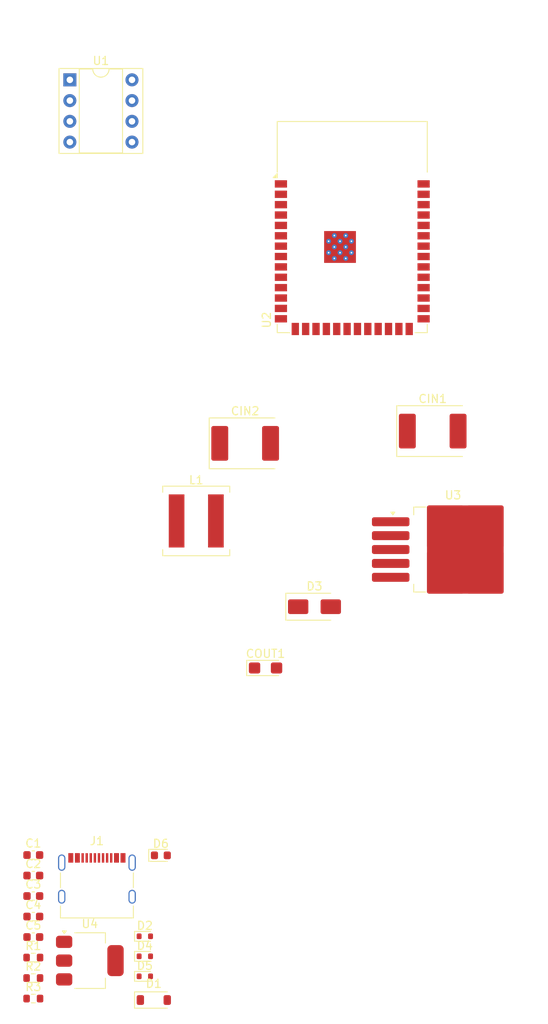
<source format=kicad_pcb>
(kicad_pcb (version 20240108) (generator "pcbnew") (generator_version "8.0")
  (layers (0 "F.Cu" signal) (31 "B.Cu" signal) (34 "B.Paste" user) (35 "F.Paste" user) (36 "B.SilkS" user "B.Silkscreen") (37 "F.SilkS" user "F.Silkscreen") (38 "B.Mask" user) (39 "F.Mask" user) (44 "Edge.Cuts" user))
  (net 0 "")
  (net 10 "Net-(U2-GND-Pad1)")
  (net 48 "<NO NET>")
  (net 49 "VCC_5V")
  (net 50 "VCC_3V3")
  (net 51 "VCC_12V")
  (net 52 "Net-(D1-A)")
  (net 53 "Net-(D3-K)")
  (net 54 "D-")
  (net 55 "D+")
  (net 56 "Net-(D6-A)")
  (net 57 "Net-(J1-CC1)")
  (net 58 "Net-(J1-CC2)")
  (footprint "Diode_SMD:D_SOD-523" (layer "F.Cu") (at 34.695 128.35)
    (property "Reference" "D2" (at 0 -1.3 0) (layer "F.SilkS"))
    (property "Value" "LESD5D5.0CT1G")
    (fp_line (start -1.26 -0.6) (end -1.26 0.6) (stroke (width 0.12)) (layer "F.SilkS"))
    (fp_line (start 0.7 -0.6) (end -1.26 -0.6) (stroke (width 0.12)) (layer "F.SilkS"))
    (fp_line (start 0.7 0.6) (end -1.26 0.6) (stroke (width 0.12)) (layer "F.SilkS"))
    (pad "1" smd roundrect (at -0.7 0 180) (size 0.6 0.7) (layers "F.Cu" "F.Paste" "F.Mask") (net 48 "<NO NET>"))
    (pad "2" smd roundrect (at 0.7 0 180) (size 0.6 0.7) (layers "F.Cu" "F.Paste" "F.Mask") (net 52 "Net-(D1-A)"))
  )
  (footprint "Capacitor_Tantalum_SMD:CP_EIA-3216-18_Kemet-A" (layer "F.Cu") (at 49.5 95.5)
    (property "Reference" "COUT1" (at 0 -1.75 0) (layer "F.SilkS"))
    (property "Value" "220uF")
    (fp_line (start -2.31 -0.935) (end -2.31 0.935) (stroke (width 0.12)) (layer "F.SilkS"))
    (fp_line (start -2.31 0.935) (end 1.6 0.935) (stroke (width 0.12)) (layer "F.SilkS"))
    (fp_line (start 1.6 -0.935) (end -2.31 -0.935) (stroke (width 0.12)) (layer "F.SilkS"))
    (pad "1" smd roundrect (at -1.35 0) (size 1.4 1.35) (layers "F.Cu" "F.Paste" "F.Mask") (roundrect_rratio 0.185185) (net 49 "VCC_5V"))
    (pad "2" smd roundrect (at 1.35 0) (size 1.4 1.35) (layers "F.Cu" "F.Paste" "F.Mask") (roundrect_rratio 0.185185) (net 48 "<NO NET>"))
  )
  (footprint "Resistor_SMD:R_0603_1608Metric" (layer "F.Cu") (at 21.02 133.46)
    (property "Reference" "R2" (at 0 -1.43 0) (layer "F.SilkS"))
    (property "Value" "5.1K")
    (fp_line (start -0.237258 -0.5225) (end 0.237258 -0.5225) (stroke (width 0.12)) (layer "F.SilkS"))
    (fp_line (start -0.237258 0.5225) (end 0.237258 0.5225) (stroke (width 0.12)) (layer "F.SilkS"))
    (pad "1" smd roundrect (at -0.825 0) (size 0.8 0.95) (layers "F.Cu" "F.Paste" "F.Mask") (net 58 "Net-(J1-CC2)"))
    (pad "2" smd roundrect (at 0.825 0) (size 0.8 0.95) (layers "F.Cu" "F.Paste" "F.Mask") (net 48 "<NO NET>"))
  )
  (footprint "Resistor_SMD:R_0603_1608Metric" (layer "F.Cu") (at 21.02 135.97)
    (property "Reference" "R3" (at 0 -1.43 0) (layer "F.SilkS"))
    (property "Value" "56")
    (fp_line (start -0.237258 -0.5225) (end 0.237258 -0.5225) (stroke (width 0.12)) (layer "F.SilkS"))
    (fp_line (start -0.237258 0.5225) (end 0.237258 0.5225) (stroke (width 0.12)) (layer "F.SilkS"))
    (pad "1" smd roundrect (at -0.825 0) (size 0.8 0.95) (layers "F.Cu" "F.Paste" "F.Mask") (net 50 "VCC_3V3"))
    (pad "2" smd roundrect (at 0.825 0) (size 0.8 0.95) (layers "F.Cu" "F.Paste" "F.Mask") (net 56 "Net-(D6-A)"))
  )
  (footprint "RF_Module:ESP32-S3-WROOM-1" (layer "F.Cu") (at 60.135 41.5)
    (property "Reference" "U2" (at -10.5 11.4 90) (layer "F.SilkS"))
    (property "Value" "ESP32-S3-WROOM-1")
    (fp_line (start -9.2 -12.9) (end -9.2 -6.7) (stroke (width 0.12)) (layer "F.SilkS"))
    (fp_line (start -9.2 -12.9) (end 9.2 -12.9) (stroke (width 0.12)) (layer "F.SilkS"))
    (fp_line (start -9.2 11.95) (end -9.2 12.95) (stroke (width 0.12)) (layer "F.SilkS"))
    (fp_line (start -9.2 12.95) (end -7.7 12.95) (stroke (width 0.12)) (layer "F.SilkS"))
    (fp_line (start 9.2 -12.9) (end 9.2 -6.7) (stroke (width 0.12)) (layer "F.SilkS"))
    (fp_line (start 9.2 12.95) (end 7.7 12.95) (stroke (width 0.12)) (layer "F.SilkS"))
    (fp_line (start 9.2 12.95) (end 9.2 11.95) (stroke (width 0.12)) (layer "F.SilkS"))
    (fp_poly (pts (xy -9.2 -6.025) (xy -9.7 -6.025) (xy -9.2 -6.525) (xy -9.2 -6.025)) (stroke (width 0.12)) (fill solid) (layer "F.SilkS"))
    (pad "1" smd rect (at -8.75 -5.26) (size 1.5 0.9) (layers "F.Cu" "F.Paste" "F.Mask") (net 10 "Net-(U2-GND-Pad1)"))
    (pad "2" smd rect (at -8.75 -3.99) (size 1.5 0.9) (layers "F.Cu" "F.Paste" "F.Mask"))
    (pad "3" smd rect (at -8.75 -2.72) (size 1.5 0.9) (layers "F.Cu" "F.Paste" "F.Mask"))
    (pad "4" smd rect (at -8.75 -1.45) (size 1.5 0.9) (layers "F.Cu" "F.Paste" "F.Mask"))
    (pad "5" smd rect (at -8.75 -0.18) (size 1.5 0.9) (layers "F.Cu" "F.Paste" "F.Mask"))
    (pad "6" smd rect (at -8.75 1.09) (size 1.5 0.9) (layers "F.Cu" "F.Paste" "F.Mask"))
    (pad "7" smd rect (at -8.75 2.36) (size 1.5 0.9) (layers "F.Cu" "F.Paste" "F.Mask"))
    (pad "8" smd rect (at -8.75 3.63) (size 1.5 0.9) (layers "F.Cu" "F.Paste" "F.Mask"))
    (pad "9" smd rect (at -8.75 4.9) (size 1.5 0.9) (layers "F.Cu" "F.Paste" "F.Mask"))
    (pad "10" smd rect (at -8.75 6.17) (size 1.5 0.9) (layers "F.Cu" "F.Paste" "F.Mask"))
    (pad "11" smd rect (at -8.75 7.44) (size 1.5 0.9) (layers "F.Cu" "F.Paste" "F.Mask"))
    (pad "12" smd rect (at -8.75 8.71) (size 1.5 0.9) (layers "F.Cu" "F.Paste" "F.Mask"))
    (pad "13" smd rect (at -8.75 9.98) (size 1.5 0.9) (layers "F.Cu" "F.Paste" "F.Mask"))
    (pad "14" smd rect (at -8.75 11.25 180) (size 1.5 0.9) (layers "F.Cu" "F.Paste" "F.Mask"))
    (pad "15" smd rect (at -6.985 12.5 270) (size 1.5 0.9) (layers "F.Cu" "F.Paste" "F.Mask"))
    (pad "16" smd rect (at -5.715 12.5 270) (size 1.5 0.9) (layers "F.Cu" "F.Paste" "F.Mask"))
    (pad "17" smd rect (at -4.445 12.5 270) (size 1.5 0.9) (layers "F.Cu" "F.Paste" "F.Mask"))
    (pad "18" smd rect (at -3.175 12.5 270) (size 1.5 0.9) (layers "F.Cu" "F.Paste" "F.Mask"))
    (pad "19" smd rect (at -1.905 12.5 270) (size 1.5 0.9) (layers "F.Cu" "F.Paste" "F.Mask"))
    (pad "20" smd rect (at -0.635 12.5 270) (size 1.5 0.9) (layers "F.Cu" "F.Paste" "F.Mask"))
    (pad "21" smd rect (at 0.635 12.5 270) (size 1.5 0.9) (layers "F.Cu" "F.Paste" "F.Mask"))
    (pad "22" smd rect (at 1.905 12.5 270) (size 1.5 0.9) (layers "F.Cu" "F.Paste" "F.Mask"))
    (pad "23" smd rect (at 3.175 12.5 270) (size 1.5 0.9) (layers "F.Cu" "F.Paste" "F.Mask"))
    (pad "24" smd rect (at 4.445 12.5 270) (size 1.5 0.9) (layers "F.Cu" "F.Paste" "F.Mask"))
    (pad "25" smd rect (at 5.715 12.5 270) (size 1.5 0.9) (layers "F.Cu" "F.Paste" "F.Mask"))
    (pad "26" smd rect (at 6.985 12.5 270) (size 1.5 0.9) (layers "F.Cu" "F.Paste" "F.Mask"))
    (pad "27" smd rect (at 8.75 11.25) (size 1.5 0.9) (layers "F.Cu" "F.Paste" "F.Mask"))
    (pad "28" smd rect (at 8.75 9.98) (size 1.5 0.9) (layers "F.Cu" "F.Paste" "F.Mask"))
    (pad "29" smd rect (at 8.75 8.71) (size 1.5 0.9) (layers "F.Cu" "F.Paste" "F.Mask"))
    (pad "30" smd rect (at 8.75 7.44) (size 1.5 0.9) (layers "F.Cu" "F.Paste" "F.Mask"))
    (pad "31" smd rect (at 8.75 6.17) (size 1.5 0.9) (layers "F.Cu" "F.Paste" "F.Mask"))
    (pad "32" smd rect (at 8.75 4.9) (size 1.5 0.9) (layers "F.Cu" "F.Paste" "F.Mask"))
    (pad "33" smd rect (at 8.75 3.63) (size 1.5 0.9) (layers "F.Cu" "F.Paste" "F.Mask"))
    (pad "34" smd rect (at 8.75 2.36) (size 1.5 0.9) (layers "F.Cu" "F.Paste" "F.Mask"))
    (pad "35" smd rect (at 8.75 1.09) (size 1.5 0.9) (layers "F.Cu" "F.Paste" "F.Mask"))
    (pad "36" smd rect (at 8.75 -0.18) (size 1.5 0.9) (layers "F.Cu" "F.Paste" "F.Mask"))
    (pad "37" smd rect (at 8.75 -1.45) (size 1.5 0.9) (layers "F.Cu" "F.Paste" "F.Mask"))
    (pad "38" smd rect (at 8.75 -2.72) (size 1.5 0.9) (layers "F.Cu" "F.Paste" "F.Mask"))
    (pad "39" smd rect (at 8.75 -3.99) (size 1.5 0.9) (layers "F.Cu" "F.Paste" "F.Mask"))
    (pad "40" smd rect (at 8.75 -5.26) (size 1.5 0.9) (layers "F.Cu" "F.Paste" "F.Mask") (net 10 "Net-(U2-GND-Pad1)"))
    (pad "41" thru_hole circle (at -2.9 1.76 90) (size 0.6 0.6) (drill 0.2) (property pad_prop_heatsink) (layers "*.Cu" "F.Mask") (net 10 "Net-(U2-GND-Pad1)"))
    (pad "41" thru_hole circle (at -2.9 3.16) (size 0.6 0.6) (drill 0.2) (property pad_prop_heatsink) (layers "*.Cu" "F.Mask") (net 10 "Net-(U2-GND-Pad1)"))
    (pad "41" thru_hole circle (at -2.2 1.06) (size 0.6 0.6) (drill 0.2) (property pad_prop_heatsink) (layers "*.Cu" "F.Mask") (net 10 "Net-(U2-GND-Pad1)"))
    (pad "41" thru_hole circle (at -2.2 2.46) (size 0.6 0.6) (drill 0.2) (property pad_prop_heatsink) (layers "*.Cu" "F.Mask") (net 10 "Net-(U2-GND-Pad1)"))
    (pad "41" thru_hole circle (at -2.2 3.86) (size 0.6 0.6) (drill 0.2) (property pad_prop_heatsink) (layers "*.Cu" "F.Mask") (net 10 "Net-(U2-GND-Pad1)"))
    (pad "41" thru_hole circle (at -1.5 1.76) (size 0.6 0.6) (drill 0.2) (property pad_prop_heatsink) (layers "*.Cu" "F.Mask") (net 10 "Net-(U2-GND-Pad1)"))
    (pad "41" smd rect (at -1.5 2.46 270) (size 3.9 3.9) (layers "F.Cu" "F.Mask") (net 10 "Net-(U2-GND-Pad1)"))
    (pad "41" thru_hole circle (at -1.5 3.16) (size 0.6 0.6) (drill 0.2) (property pad_prop_heatsink) (layers "*.Cu" "F.Mask") (net 10 "Net-(U2-GND-Pad1)"))
    (pad "41" thru_hole circle (at -0.8 1.06) (size 0.6 0.6) (drill 0.2) (property pad_prop_heatsink) (layers "*.Cu" "F.Mask") (net 10 "Net-(U2-GND-Pad1)"))
    (pad "41" thru_hole circle (at -0.8 2.46) (size 0.6 0.6) (drill 0.2) (property pad_prop_heatsink) (layers "*.Cu" "F.Mask") (net 10 "Net-(U2-GND-Pad1)"))
    (pad "41" thru_hole circle (at -0.8 3.86) (size 0.6 0.6) (drill 0.2) (property pad_prop_heatsink) (layers "*.Cu" "F.Mask") (net 10 "Net-(U2-GND-Pad1)"))
    (pad "41" thru_hole circle (at -0.1 1.76) (size 0.6 0.6) (drill 0.2) (property pad_prop_heatsink) (layers "*.Cu" "F.Mask") (net 10 "Net-(U2-GND-Pad1)"))
    (pad "41" thru_hole circle (at -0.1 3.16) (size 0.6 0.6) (drill 0.2) (property pad_prop_heatsink) (layers "*.Cu" "F.Mask") (net 10 "Net-(U2-GND-Pad1)"))
  )
  (footprint "Resistor_SMD:R_0603_1608Metric" (layer "F.Cu") (at 21.02 130.95)
    (property "Reference" "R1" (at 0 -1.43 0) (layer "F.SilkS"))
    (property "Value" "5.1K")
    (fp_line (start -0.237258 -0.5225) (end 0.237258 -0.5225) (stroke (width 0.12)) (layer "F.SilkS"))
    (fp_line (start -0.237258 0.5225) (end 0.237258 0.5225) (stroke (width 0.12)) (layer "F.SilkS"))
    (pad "1" smd roundrect (at -0.825 0) (size 0.8 0.95) (layers "F.Cu" "F.Paste" "F.Mask") (net 57 "Net-(J1-CC1)"))
    (pad "2" smd roundrect (at 0.825 0) (size 0.8 0.95) (layers "F.Cu" "F.Paste" "F.Mask") (net 48 "<NO NET>"))
  )
  (footprint "Capacitor_SMD:C_0603_1608Metric" (layer "F.Cu") (at 21.02 120.91)
    (property "Reference" "C2" (at 0 -1.43 0) (layer "F.SilkS"))
    (property "Value" "10uF")
    (fp_line (start -0.14058 -0.51) (end 0.14058 -0.51) (stroke (width 0.12)) (layer "F.SilkS"))
    (fp_line (start -0.14058 0.51) (end 0.14058 0.51) (stroke (width 0.12)) (layer "F.SilkS"))
    (pad "1" smd roundrect (at -0.775 0) (size 0.9 0.95) (layers "F.Cu" "F.Paste" "F.Mask") (net 49 "VCC_5V"))
    (pad "2" smd roundrect (at 0.775 0) (size 0.9 0.95) (layers "F.Cu" "F.Paste" "F.Mask") (net 48 "<NO NET>"))
  )
  (footprint "Capacitor_Tantalum_SMD:CP_EIA-7360-38_Kemet-E" (layer "F.Cu") (at 70 66.5)
    (property "Reference" "CIN1" (at 0 -3.95 0) (layer "F.SilkS"))
    (property "Value" "330uF")
    (fp_line (start -4.41 -3.11) (end -4.41 3.11) (stroke (width 0.12)) (layer "F.SilkS"))
    (fp_line (start -4.41 3.11) (end 3.65 3.11) (stroke (width 0.12)) (layer "F.SilkS"))
    (fp_line (start 3.65 -3.11) (end -4.41 -3.11) (stroke (width 0.12)) (layer "F.SilkS"))
    (pad "1" smd roundrect (at -3.1125 0) (size 2.075 4.25) (layers "F.Cu" "F.Paste" "F.Mask") (roundrect_rratio 0.120482) (net 51 "VCC_12V"))
    (pad "2" smd roundrect (at 3.1125 0) (size 2.075 4.25) (layers "F.Cu" "F.Paste" "F.Mask") (roundrect_rratio 0.120482) (net 48 "<NO NET>"))
  )
  (footprint "Package_TO_SOT_SMD:TO-263-5_TabPin3" (layer "F.Cu") (at 72.5 81)
    (property "Reference" "U3" (at 0 -6.65 0) (layer "F.SilkS"))
    (property "Value" "LM2596S-5")
    (fp_line (start -4.825 -5.2) (end -4.825 -4.25) (stroke (width 0.12)) (layer "F.SilkS"))
    (fp_line (start -4.825 5.2) (end -4.825 4.25) (stroke (width 0.12)) (layer "F.SilkS"))
    (fp_line (start -3.325 -5.2) (end -4.825 -5.2) (stroke (width 0.12)) (layer "F.SilkS"))
    (fp_line (start -3.325 5.2) (end -4.825 5.2) (stroke (width 0.12)) (layer "F.SilkS"))
    (fp_poly (pts (xy -7.3875 -4.25) (xy -7.6275 -4.58) (xy -7.1475 -4.58) (xy -7.3875 -4.25)) (stroke (width 0.12)) (fill solid) (layer "F.SilkS"))
    (pad "1" smd roundrect (at -7.65 -3.4) (size 4.6 1.1) (layers "F.Cu" "F.Paste" "F.Mask") (roundrect_rratio 0.227273) (net 51 "VCC_12V"))
    (pad "2" smd roundrect (at -7.65 -1.7) (size 4.6 1.1) (layers "F.Cu" "F.Paste" "F.Mask") (roundrect_rratio 0.227273) (net 53 "Net-(D3-K)"))
    (pad "3" smd roundrect (at -7.65 0) (size 4.6 1.1) (layers "F.Cu" "F.Paste" "F.Mask") (roundrect_rratio 0.227273) (net 48 "<NO NET>"))
    (pad "3" smd roundrect (at -0.925 -2.775) (size 4.55 5.25) (layers "F.Cu" "F.Paste") (roundrect_rratio 0.054945) (net 48 "<NO NET>"))
    (pad "3" smd roundrect (at -0.925 2.775) (size 4.55 5.25) (layers "F.Cu" "F.Paste") (roundrect_rratio 0.054945) (net 48 "<NO NET>"))
    (pad "3" smd roundrect (at 1.5 0) (size 9.4 10.8) (layers "F.Cu" "F.Mask") (roundrect_rratio 0.026596) (net 48 "<NO NET>"))
    (pad "3" smd roundrect (at 3.925 -2.775) (size 4.55 5.25) (layers "F.Cu" "F.Paste") (roundrect_rratio 0.054945) (net 48 "<NO NET>"))
    (pad "3" smd roundrect (at 3.925 2.775) (size 4.55 5.25) (layers "F.Cu" "F.Paste") (roundrect_rratio 0.054945) (net 48 "<NO NET>"))
    (pad "4" smd roundrect (at -7.65 1.7) (size 4.6 1.1) (layers "F.Cu" "F.Paste" "F.Mask") (roundrect_rratio 0.227273) (net 49 "VCC_5V"))
    (pad "5" smd roundrect (at -7.65 3.4) (size 4.6 1.1) (layers "F.Cu" "F.Paste" "F.Mask") (roundrect_rratio 0.227273) (net 48 "<NO NET>"))
  )
  (footprint "Capacitor_SMD:C_0603_1608Metric" (layer "F.Cu") (at 21.02 128.44)
    (property "Reference" "C5" (at 0 -1.43 0) (layer "F.SilkS"))
    (property "Value" "0.1uF")
    (fp_line (start -0.14058 -0.51) (end 0.14058 -0.51) (stroke (width 0.12)) (layer "F.SilkS"))
    (fp_line (start -0.14058 0.51) (end 0.14058 0.51) (stroke (width 0.12)) (layer "F.SilkS"))
    (pad "1" smd roundrect (at -0.775 0) (size 0.9 0.95) (layers "F.Cu" "F.Paste" "F.Mask") (net 50 "VCC_3V3"))
    (pad "2" smd roundrect (at 0.775 0) (size 0.9 0.95) (layers "F.Cu" "F.Paste" "F.Mask") (net 48 "<NO NET>"))
  )
  (footprint "Capacitor_SMD:C_0603_1608Metric" (layer "F.Cu") (at 21.02 125.93)
    (property "Reference" "C4" (at 0 -1.43 0) (layer "F.SilkS"))
    (property "Value" "10uF")
    (fp_line (start -0.14058 -0.51) (end 0.14058 -0.51) (stroke (width 0.12)) (layer "F.SilkS"))
    (fp_line (start -0.14058 0.51) (end 0.14058 0.51) (stroke (width 0.12)) (layer "F.SilkS"))
    (pad "1" smd roundrect (at -0.775 0) (size 0.9 0.95) (layers "F.Cu" "F.Paste" "F.Mask") (net 50 "VCC_3V3"))
    (pad "2" smd roundrect (at 0.775 0) (size 0.9 0.95) (layers "F.Cu" "F.Paste" "F.Mask") (net 48 "<NO NET>"))
  )
  (footprint "Inductor_SMD:L_Coilcraft_XAL7070-XXX" (layer "F.Cu") (at 41 77.5)
    (property "Reference" "L1" (at 0 -5 0) (layer "F.SilkS"))
    (property "Value" "3uH")
    (fp_line (start -4.11 -4.26) (end -4.11 -3.51) (stroke (width 0.12)) (layer "F.SilkS"))
    (fp_line (start -4.11 -4.26) (end 4.11 -4.26) (stroke (width 0.12)) (layer "F.SilkS"))
    (fp_line (start -4.11 4.26) (end -4.11 3.51) (stroke (width 0.12)) (layer "F.SilkS"))
    (fp_line (start -4.11 4.26) (end 4.11 4.26) (stroke (width 0.12)) (layer "F.SilkS"))
    (fp_line (start 4.11 -4.26) (end 4.11 -3.51) (stroke (width 0.12)) (layer "F.SilkS"))
    (fp_line (start 4.11 4.26) (end 4.11 3.51) (stroke (width 0.12)) (layer "F.SilkS"))
    (pad "1" smd rect (at -2.41 0) (size 1.92 6.5) (layers "F.Cu" "F.Paste" "F.Mask") (net 53 "Net-(D3-K)"))
    (pad "2" smd rect (at 2.41 0) (size 1.92 6.5) (layers "F.Cu" "F.Paste" "F.Mask") (net 49 "VCC_5V"))
  )
  (footprint "Capacitor_SMD:C_0603_1608Metric" (layer "F.Cu") (at 21.02 123.42)
    (property "Reference" "C3" (at 0 -1.43 0) (layer "F.SilkS"))
    (property "Value" "0.1uF")
    (fp_line (start -0.14058 -0.51) (end 0.14058 -0.51) (stroke (width 0.12)) (layer "F.SilkS"))
    (fp_line (start -0.14058 0.51) (end 0.14058 0.51) (stroke (width 0.12)) (layer "F.SilkS"))
    (pad "1" smd roundrect (at -0.775 0) (size 0.9 0.95) (layers "F.Cu" "F.Paste" "F.Mask") (net 49 "VCC_5V"))
    (pad "2" smd roundrect (at 0.775 0) (size 0.9 0.95) (layers "F.Cu" "F.Paste" "F.Mask") (net 48 "<NO NET>"))
  )
  (footprint "LED_SMD:LED_0603_1608Metric" (layer "F.Cu") (at 36.66 118.44)
    (property "Reference" "D6" (at 0 -1.43 0) (layer "F.SilkS"))
    (property "Value" "LED")
    (fp_line (start -1.485 -0.735) (end -1.485 0.735) (stroke (width 0.12)) (layer "F.SilkS"))
    (fp_line (start -1.485 0.735) (end 0.8 0.735) (stroke (width 0.12)) (layer "F.SilkS"))
    (fp_line (start 0.8 -0.735) (end -1.485 -0.735) (stroke (width 0.12)) (layer "F.SilkS"))
    (pad "1" smd roundrect (at -0.7875 0) (size 0.875 0.95) (layers "F.Cu" "F.Paste" "F.Mask") (net 48 "<NO NET>"))
    (pad "2" smd roundrect (at 0.7875 0) (size 0.875 0.95) (layers "F.Cu" "F.Paste" "F.Mask") (net 56 "Net-(D6-A)"))
  )
  (footprint "Connector_USB:USB_C_Receptacle_Palconn_UTC16-G" (layer "F.Cu") (at 28.82 121.26)
    (property "Reference" "J1" (at 0 -4.58 0) (layer "F.SilkS"))
    (property "Value" "USB_C_Receptacle_USB2.0_14P")
    (fp_line (start -4.47 -0.67) (end -4.47 1.13) (stroke (width 0.12)) (layer "F.SilkS"))
    (fp_line (start -4.47 4.84) (end -4.47 3.38) (stroke (width 0.12)) (layer "F.SilkS"))
    (fp_line (start 4.47 -0.67) (end 4.47 1.13) (stroke (width 0.12)) (layer "F.SilkS"))
    (fp_line (start 4.47 4.84) (end -4.47 4.84) (stroke (width 0.12)) (layer "F.SilkS"))
    (fp_line (start 4.47 4.84) (end 4.47 3.38) (stroke (width 0.12)) (layer "F.SilkS"))
    (pad "" np_thru_hole circle (at -2.89 -1.45 180) (size 0.6 0.6) (drill 0.6) (layers "*.Cu" "*.Mask"))
    (pad "" np_thru_hole circle (at 2.89 -1.45 180) (size 0.6 0.6) (drill 0.6) (layers "*.Cu" "*.Mask"))
    (pad "A1" smd rect (at -3.2 -2.51) (size 0.6 1.16) (layers "F.Cu" "F.Paste" "F.Mask") (net 48 "<NO NET>"))
    (pad "A4" smd rect (at -2.4 -2.51) (size 0.6 1.16) (layers "F.Cu" "F.Paste" "F.Mask") (net 52 "Net-(D1-A)"))
    (pad "A5" smd rect (at -1.25 -2.51 180) (size 0.3 1.16) (layers "F.Cu" "F.Paste" "F.Mask") (net 57 "Net-(J1-CC1)"))
    (pad "A6" smd rect (at -0.25 -2.51 180) (size 0.3 1.16) (layers "F.Cu" "F.Paste" "F.Mask") (net 55 "D+"))
    (pad "A7" smd rect (at 0.25 -2.51 180) (size 0.3 1.16) (layers "F.Cu" "F.Paste" "F.Mask") (net 54 "D-"))
    (pad "A8" smd rect (at 1.25 -2.51 180) (size 0.3 1.16) (layers "F.Cu" "F.Paste" "F.Mask"))
    (pad "A9" smd rect (at 2.4 -2.51) (size 0.6 1.16) (layers "F.Cu" "F.Paste" "F.Mask") (net 52 "Net-(D1-A)"))
    (pad "A12" smd rect (at 3.2 -2.51) (size 0.6 1.16) (layers "F.Cu" "F.Paste" "F.Mask") (net 48 "<NO NET>"))
    (pad "B1" smd rect (at 3.2 -2.51) (size 0.6 1.16) (layers "F.Cu" "F.Paste" "F.Mask") (net 48 "<NO NET>"))
    (pad "B4" smd rect (at 2.4 -2.51) (size 0.6 1.16) (layers "F.Cu" "F.Paste" "F.Mask") (net 52 "Net-(D1-A)"))
    (pad "B5" smd rect (at 1.75 -2.51 180) (size 0.3 1.16) (layers "F.Cu" "F.Paste" "F.Mask") (net 58 "Net-(J1-CC2)"))
    (pad "B6" smd rect (at 0.75 -2.51 180) (size 0.3 1.16) (layers "F.Cu" "F.Paste" "F.Mask") (net 55 "D+"))
    (pad "B7" smd rect (at -0.75 -2.51 180) (size 0.3 1.16) (layers "F.Cu" "F.Paste" "F.Mask") (net 54 "D-"))
    (pad "B8" smd rect (at -1.75 -2.51 180) (size 0.3 1.16) (layers "F.Cu" "F.Paste" "F.Mask"))
    (pad "B9" smd rect (at -2.4 -2.51) (size 0.6 1.16) (layers "F.Cu" "F.Paste" "F.Mask") (net 52 "Net-(D1-A)"))
    (pad "B12" smd rect (at -3.2 -2.51) (size 0.6 1.16) (layers "F.Cu" "F.Paste" "F.Mask") (net 48 "<NO NET>"))
    (pad "S1" thru_hole oval (at -4.32 -1.93 90) (size 2 0.9) (drill oval 1.7 0.6) (layers "*.Cu" "*.Mask") (net 48 "<NO NET>"))
    (pad "S1" thru_hole oval (at -4.32 2.24 90) (size 1.7 0.9) (drill oval 1.4 0.6) (layers "*.Cu" "*.Mask") (net 48 "<NO NET>"))
    (pad "S1" thru_hole oval (at 4.32 -1.93 90) (size 2 0.9) (drill oval 1.7 0.6) (layers "*.Cu" "*.Mask") (net 48 "<NO NET>"))
    (pad "S1" thru_hole oval (at 4.32 2.24 90) (size 1.7 0.9) (drill oval 1.4 0.6) (layers "*.Cu" "*.Mask") (net 48 "<NO NET>"))
  )
  (footprint "Diode_SMD:D_SOD-523" (layer "F.Cu") (at 34.695 130.8)
    (property "Reference" "D4" (at 0 -1.3 0) (layer "F.SilkS"))
    (property "Value" "LESD5D5.0CT1G")
    (fp_line (start -1.26 -0.6) (end -1.26 0.6) (stroke (width 0.12)) (layer "F.SilkS"))
    (fp_line (start 0.7 -0.6) (end -1.26 -0.6) (stroke (width 0.12)) (layer "F.SilkS"))
    (fp_line (start 0.7 0.6) (end -1.26 0.6) (stroke (width 0.12)) (layer "F.SilkS"))
    (pad "1" smd roundrect (at -0.7 0 180) (size 0.6 0.7) (layers "F.Cu" "F.Paste" "F.Mask") (net 48 "<NO NET>"))
    (pad "2" smd roundrect (at 0.7 0 180) (size 0.6 0.7) (layers "F.Cu" "F.Paste" "F.Mask") (net 54 "D-"))
  )
  (footprint "Capacitor_SMD:C_0603_1608Metric" (layer "F.Cu") (at 21.02 118.4)
    (property "Reference" "C1" (at 0 -1.43 0) (layer "F.SilkS"))
    (property "Value" "10uF")
    (fp_line (start -0.14058 -0.51) (end 0.14058 -0.51) (stroke (width 0.12)) (layer "F.SilkS"))
    (fp_line (start -0.14058 0.51) (end 0.14058 0.51) (stroke (width 0.12)) (layer "F.SilkS"))
    (pad "1" smd roundrect (at -0.775 0) (size 0.9 0.95) (layers "F.Cu" "F.Paste" "F.Mask") (net 49 "VCC_5V"))
    (pad "2" smd roundrect (at 0.775 0) (size 0.9 0.95) (layers "F.Cu" "F.Paste" "F.Mask") (net 48 "<NO NET>"))
  )
  (footprint "Diode_SMD:D_SOD-523" (layer "F.Cu") (at 34.695 133.25)
    (property "Reference" "D5" (at 0 -1.3 0) (layer "F.SilkS"))
    (property "Value" "LESD5D5.0CT1G")
    (fp_line (start -1.26 -0.6) (end -1.26 0.6) (stroke (width 0.12)) (layer "F.SilkS"))
    (fp_line (start 0.7 -0.6) (end -1.26 -0.6) (stroke (width 0.12)) (layer "F.SilkS"))
    (fp_line (start 0.7 0.6) (end -1.26 0.6) (stroke (width 0.12)) (layer "F.SilkS"))
    (pad "1" smd roundrect (at -0.7 0 180) (size 0.6 0.7) (layers "F.Cu" "F.Paste" "F.Mask") (net 48 "<NO NET>"))
    (pad "2" smd roundrect (at 0.7 0 180) (size 0.6 0.7) (layers "F.Cu" "F.Paste" "F.Mask") (net 55 "D+"))
  )
  (footprint "Package_TO_SOT_SMD:SOT-223-3_TabPin2" (layer "F.Cu") (at 27.95 131.325)
    (property "Reference" "U4" (at 0 -4.5 0) (layer "F.SilkS"))
    (property "Value" "AMS1117-3.3")
    (fp_line (start -1.85 -3.41) (end 1.91 -3.41) (stroke (width 0.12)) (layer "F.SilkS"))
    (fp_line (start -1.85 3.41) (end 1.91 3.41) (stroke (width 0.12)) (layer "F.SilkS"))
    (fp_line (start 1.91 -3.41) (end 1.91 -2.15) (stroke (width 0.12)) (layer "F.SilkS"))
    (fp_line (start 1.91 3.41) (end 1.91 2.15) (stroke (width 0.12)) (layer "F.SilkS"))
    (fp_poly (pts (xy -3.13 -3.31) (xy -3.37 -3.64) (xy -2.89 -3.64) (xy -3.13 -3.31)) (stroke (width 0.12)) (fill solid) (layer "F.SilkS"))
    (pad "1" smd roundrect (at -3.15 -2.3) (size 2 1.5) (layers "F.Cu" "F.Paste" "F.Mask") (net 48 "<NO NET>"))
    (pad "2" smd roundrect (at -3.15 0) (size 2 1.5) (layers "F.Cu" "F.Paste" "F.Mask") (net 50 "VCC_3V3"))
    (pad "2" smd roundrect (at 3.15 0) (size 2 3.8) (layers "F.Cu" "F.Paste" "F.Mask") (net 50 "VCC_3V3"))
    (pad "3" smd roundrect (at -3.15 2.3) (size 2 1.5) (layers "F.Cu" "F.Paste" "F.Mask") (net 49 "VCC_5V"))
  )
  (footprint "Diode_SMD:D_SMA" (layer "F.Cu") (at 55.5 88)
    (property "Reference" "D3" (at 0 -2.5 0) (layer "F.SilkS"))
    (property "Value" "SK32")
    (fp_line (start -3.51 -1.65) (end -3.51 1.65) (stroke (width 0.12)) (layer "F.SilkS"))
    (fp_line (start -3.51 -1.65) (end 2 -1.65) (stroke (width 0.12)) (layer "F.SilkS"))
    (fp_line (start -3.51 1.65) (end 2 1.65) (stroke (width 0.12)) (layer "F.SilkS"))
    (pad "1" smd roundrect (at -2 0) (size 2.5 1.8) (layers "F.Cu" "F.Paste" "F.Mask") (roundrect_rratio 0.1388888889) (net 53 "Net-(D3-K)"))
    (pad "2" smd roundrect (at 2 0) (size 2.5 1.8) (layers "F.Cu" "F.Paste" "F.Mask") (roundrect_rratio 0.1388888889) (net 48 "<NO NET>"))
  )
  (footprint "Package_DIP:DIP-8_W7.62mm_Socket" (layer "F.Cu") (at 25.5 23.5)
    (property "Reference" "U1" (at 3.81 -2.33 0) (layer "F.SilkS"))
    (property "Value" "MSGEQ7")
    (fp_line (start -1.33 -1.39) (end -1.33 9.01) (stroke (width 0.12)) (layer "F.SilkS"))
    (fp_line (start -1.33 9.01) (end 8.95 9.01) (stroke (width 0.12)) (layer "F.SilkS"))
    (fp_line (start 1.16 -1.33) (end 1.16 8.95) (stroke (width 0.12)) (layer "F.SilkS"))
    (fp_line (start 1.16 8.95) (end 6.46 8.95) (stroke (width 0.12)) (layer "F.SilkS"))
    (fp_line (start 2.81 -1.33) (end 1.16 -1.33) (stroke (width 0.12)) (layer "F.SilkS"))
    (fp_line (start 6.46 -1.33) (end 4.81 -1.33) (stroke (width 0.12)) (layer "F.SilkS"))
    (fp_line (start 6.46 8.95) (end 6.46 -1.33) (stroke (width 0.12)) (layer "F.SilkS"))
    (fp_line (start 8.95 -1.39) (end -1.33 -1.39) (stroke (width 0.12)) (layer "F.SilkS"))
    (fp_line (start 8.95 9.01) (end 8.95 -1.39) (stroke (width 0.12)) (layer "F.SilkS"))
    (fp_arc (start 4.81 -1.33) (mid 3.81 -0.33) (end 2.81 -1.33) (stroke (width 0.12)) (layer "F.SilkS"))
    (pad "1" thru_hole rect (at 0 0) (size 1.6 1.6) (drill 0.8) (layers "*.Cu" "*.Mask"))
    (pad "2" thru_hole oval (at 0 2.54) (size 1.6 1.6) (drill 0.8) (layers "*.Cu" "*.Mask"))
    (pad "3" thru_hole oval (at 0 5.08) (size 1.6 1.6) (drill 0.8) (layers "*.Cu" "*.Mask"))
    (pad "4" thru_hole oval (at 0 7.62) (size 1.6 1.6) (drill 0.8) (layers "*.Cu" "*.Mask"))
    (pad "5" thru_hole oval (at 7.62 7.62) (size 1.6 1.6) (drill 0.8) (layers "*.Cu" "*.Mask"))
    (pad "6" thru_hole oval (at 7.62 5.08) (size 1.6 1.6) (drill 0.8) (layers "*.Cu" "*.Mask"))
    (pad "7" thru_hole oval (at 7.62 2.54) (size 1.6 1.6) (drill 0.8) (layers "*.Cu" "*.Mask"))
    (pad "8" thru_hole oval (at 7.62 0) (size 1.6 1.6) (drill 0.8) (layers "*.Cu" "*.Mask"))
  )
  (footprint "Capacitor_Tantalum_SMD:CP_EIA-7360-38_Kemet-E" (layer "F.Cu") (at 47 68)
    (property "Reference" "CIN2" (at 0 -3.95 0) (layer "F.SilkS"))
    (property "Value" "330uF")
    (fp_line (start -4.41 -3.11) (end -4.41 3.11) (stroke (width 0.12)) (layer "F.SilkS"))
    (fp_line (start -4.41 3.11) (end 3.65 3.11) (stroke (width 0.12)) (layer "F.SilkS"))
    (fp_line (start 3.65 -3.11) (end -4.41 -3.11) (stroke (width 0.12)) (layer "F.SilkS"))
    (pad "1" smd roundrect (at -3.1125 0) (size 2.075 4.25) (layers "F.Cu" "F.Paste" "F.Mask") (roundrect_rratio 0.120482) (net 51 "VCC_12V"))
    (pad "2" smd roundrect (at 3.1125 0) (size 2.075 4.25) (layers "F.Cu" "F.Paste" "F.Mask") (roundrect_rratio 0.120482) (net 48 "<NO NET>"))
  )
  (footprint "Diode_SMD:D_SOD-123" (layer "F.Cu") (at 35.795 136.15)
    (property "Reference" "D1" (at 0 -2 0) (layer "F.SilkS"))
    (property "Value" "1N5819HW-7-F")
    (fp_line (start -2.36 -1) (end -2.36 1) (stroke (width 0.12)) (layer "F.SilkS"))
    (fp_line (start -2.36 -1) (end 1.65 -1) (stroke (width 0.12)) (layer "F.SilkS"))
    (fp_line (start -2.36 1) (end 1.65 1) (stroke (width 0.12)) (layer "F.SilkS"))
    (pad "1" smd roundrect (at -1.65 0) (size 0.9 1.2) (layers "F.Cu" "F.Paste" "F.Mask") (net 49 "VCC_5V"))
    (pad "2" smd roundrect (at 1.65 0) (size 0.9 1.2) (layers "F.Cu" "F.Paste" "F.Mask") (net 52 "Net-(D1-A)"))
  )
)
</source>
